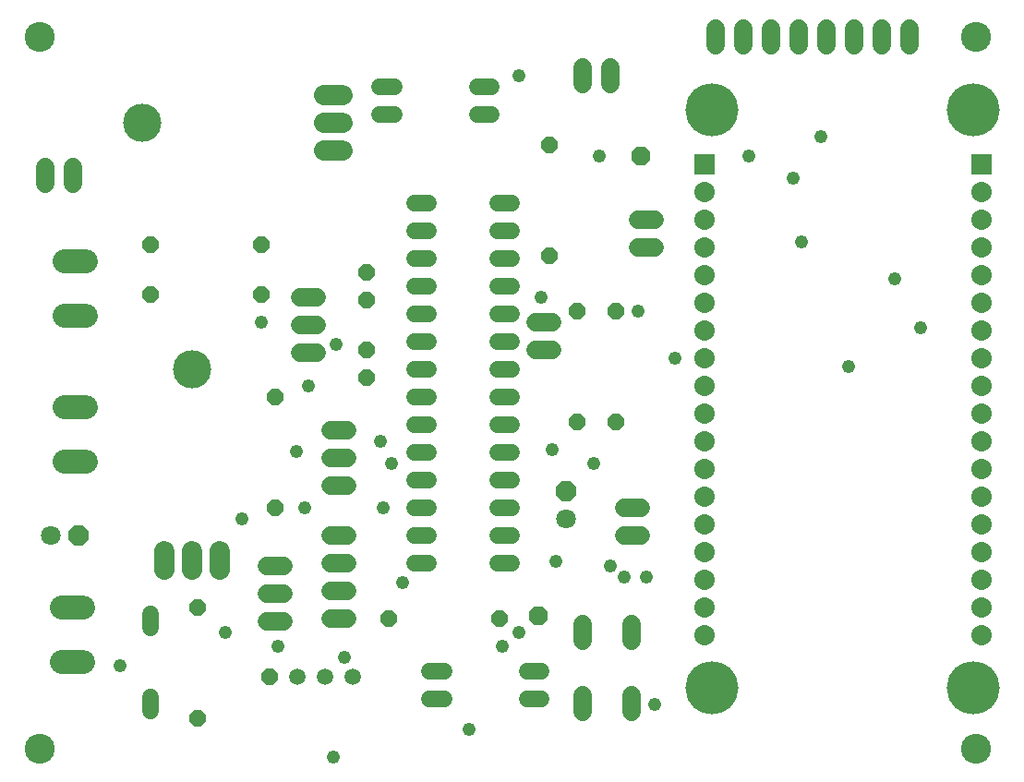
<source format=gbr>
G04 EAGLE Gerber RS-274X export*
G75*
%MOMM*%
%FSLAX34Y34*%
%LPD*%
%INSoldermask Bottom*%
%IPPOS*%
%AMOC8*
5,1,8,0,0,1.08239X$1,22.5*%
G01*
%ADD10C,2.743200*%
%ADD11P,1.951982X8X22.500000*%
%ADD12C,1.803400*%
%ADD13C,1.524000*%
%ADD14P,1.649562X8X202.500000*%
%ADD15C,2.184400*%
%ADD16P,1.951982X8X112.500000*%
%ADD17P,1.649562X8X112.500000*%
%ADD18C,1.727200*%
%ADD19P,1.635708X8X22.500000*%
%ADD20C,1.511200*%
%ADD21C,1.879600*%
%ADD22C,3.505200*%
%ADD23P,1.649562X8X292.500000*%
%ADD24P,1.649562X8X22.500000*%
%ADD25P,1.869504X8X22.500000*%
%ADD26R,1.868200X1.868200*%
%ADD27C,1.868200*%
%ADD28C,4.853200*%
%ADD29C,1.219200*%


D10*
X-386080Y1054100D03*
X-386080Y401320D03*
X472440Y401320D03*
X472440Y1054100D03*
D11*
X-350520Y596900D03*
D12*
X-375920Y596900D03*
D13*
X34036Y571500D02*
X47244Y571500D01*
X47244Y596900D02*
X34036Y596900D01*
X34036Y622300D02*
X47244Y622300D01*
X47244Y647700D02*
X34036Y647700D01*
X34036Y673100D02*
X47244Y673100D01*
X47244Y698500D02*
X34036Y698500D01*
X34036Y723900D02*
X47244Y723900D01*
X47244Y749300D02*
X34036Y749300D01*
X34036Y774700D02*
X47244Y774700D01*
X47244Y800100D02*
X34036Y800100D01*
X34036Y825500D02*
X47244Y825500D01*
X47244Y850900D02*
X34036Y850900D01*
X34036Y876300D02*
X47244Y876300D01*
X47244Y901700D02*
X34036Y901700D01*
X-28956Y901700D02*
X-42164Y901700D01*
X-42164Y876300D02*
X-28956Y876300D01*
X-28956Y850900D02*
X-42164Y850900D01*
X-42164Y825500D02*
X-28956Y825500D01*
X-28956Y800100D02*
X-42164Y800100D01*
X-42164Y774700D02*
X-28956Y774700D01*
X-28956Y749300D02*
X-42164Y749300D01*
X-42164Y723900D02*
X-28956Y723900D01*
X-28956Y698500D02*
X-42164Y698500D01*
X-42164Y673100D02*
X-28956Y673100D01*
X-28956Y647700D02*
X-42164Y647700D01*
X-42164Y622300D02*
X-28956Y622300D01*
X-28956Y596900D02*
X-42164Y596900D01*
X-42164Y571500D02*
X-28956Y571500D01*
X15240Y982980D02*
X28448Y982980D01*
X28448Y1008380D02*
X15240Y1008380D01*
X-60960Y1008380D02*
X-74168Y1008380D01*
X-74168Y982980D02*
X-60960Y982980D01*
D14*
X-182880Y817880D03*
X-284480Y817880D03*
D15*
X-343154Y663956D02*
X-362966Y663956D01*
X-362966Y714248D02*
X-343154Y714248D01*
D16*
X96520Y637540D03*
D12*
X96520Y612140D03*
D17*
X-86360Y812800D03*
X-86360Y838200D03*
X-86360Y741680D03*
X-86360Y767080D03*
D18*
X112014Y450088D02*
X112014Y434848D01*
X157226Y434848D02*
X157226Y450088D01*
X112014Y499872D02*
X112014Y515112D01*
X157226Y515112D02*
X157226Y499872D01*
D19*
X-175260Y467360D03*
D20*
X-149860Y467360D03*
X-124460Y467360D03*
X-99060Y467360D03*
D21*
X-271780Y565658D02*
X-271780Y582422D01*
X-246380Y582422D02*
X-246380Y565658D01*
X-220980Y565658D02*
X-220980Y582422D01*
D22*
X-246380Y749300D03*
D18*
X149860Y596900D02*
X165100Y596900D01*
X165100Y622300D02*
X149860Y622300D01*
X111760Y1010920D02*
X111760Y1026160D01*
X137160Y1026160D02*
X137160Y1010920D01*
X411480Y1046480D02*
X411480Y1061720D01*
X386080Y1061720D02*
X386080Y1046480D01*
X360680Y1046480D02*
X360680Y1061720D01*
X335280Y1061720D02*
X335280Y1046480D01*
X309880Y1046480D02*
X309880Y1061720D01*
X284480Y1061720D02*
X284480Y1046480D01*
X259080Y1046480D02*
X259080Y1061720D01*
X233680Y1061720D02*
X233680Y1046480D01*
D23*
X142240Y802640D03*
X142240Y701040D03*
D13*
X-15240Y472440D02*
X-28448Y472440D01*
X-28448Y447040D02*
X-15240Y447040D01*
X60960Y447040D02*
X74168Y447040D01*
X74168Y472440D02*
X60960Y472440D01*
D17*
X106680Y701040D03*
X106680Y802640D03*
D24*
X-66040Y520700D03*
X35560Y520700D03*
D23*
X81280Y955040D03*
X81280Y853440D03*
D25*
X71120Y523240D03*
X165100Y944880D03*
D15*
X-345694Y530606D02*
X-365506Y530606D01*
X-365506Y480314D02*
X-345694Y480314D01*
D13*
X-284480Y511556D02*
X-284480Y524764D01*
X-284480Y448564D02*
X-284480Y435356D01*
D14*
X-182880Y863600D03*
X-284480Y863600D03*
D21*
X-125222Y949960D02*
X-108458Y949960D01*
X-108458Y975360D02*
X-125222Y975360D01*
X-125222Y1000760D02*
X-108458Y1000760D01*
D22*
X-292100Y975360D03*
D15*
X-343154Y797814D02*
X-362966Y797814D01*
X-362966Y848106D02*
X-343154Y848106D01*
D18*
X-147320Y815340D02*
X-132080Y815340D01*
X-132080Y789940D02*
X-147320Y789940D01*
X-147320Y764540D02*
X-132080Y764540D01*
X-162560Y518160D02*
X-177800Y518160D01*
X-177800Y543560D02*
X-162560Y543560D01*
X-162560Y568960D02*
X-177800Y568960D01*
D23*
X-170180Y723900D03*
X-170180Y622300D03*
D18*
X-119380Y693420D02*
X-104140Y693420D01*
X-104140Y668020D02*
X-119380Y668020D01*
X-119380Y642620D02*
X-104140Y642620D01*
X-104140Y520700D02*
X-119380Y520700D01*
X-119380Y546100D02*
X-104140Y546100D01*
X-104140Y571500D02*
X-119380Y571500D01*
X-119380Y596900D02*
X-104140Y596900D01*
D17*
X-241300Y429260D03*
X-241300Y530860D03*
D18*
X162560Y861060D02*
X177800Y861060D01*
X177800Y886460D02*
X162560Y886460D01*
X83820Y792480D02*
X68580Y792480D01*
X68580Y767080D02*
X83820Y767080D01*
X-355600Y919480D02*
X-355600Y934720D01*
X-381000Y934720D02*
X-381000Y919480D01*
D26*
X223520Y937260D03*
D27*
X223520Y911860D03*
X223520Y886460D03*
X223520Y861060D03*
X223520Y835660D03*
X223520Y810260D03*
X223520Y784860D03*
X223520Y759460D03*
X223520Y734060D03*
X223520Y708660D03*
X223520Y683260D03*
X223520Y657860D03*
X223520Y632460D03*
X223520Y607060D03*
X223520Y581660D03*
X223520Y556260D03*
X223520Y530860D03*
X223520Y505460D03*
D26*
X477520Y937260D03*
D27*
X477520Y911860D03*
X477520Y886460D03*
X477520Y861060D03*
X477520Y835660D03*
X477520Y810260D03*
X477520Y784860D03*
X477520Y759460D03*
X477520Y734060D03*
X477520Y708660D03*
X477520Y683260D03*
X477520Y657860D03*
X477520Y632460D03*
X477520Y607060D03*
X477520Y581660D03*
X477520Y556260D03*
X477520Y530860D03*
X477520Y505460D03*
D28*
X470520Y456490D03*
X230520Y456490D03*
X230520Y986490D03*
X470520Y986490D03*
D29*
X-139700Y734060D03*
X-182880Y792480D03*
X-114300Y772160D03*
X-142562Y621978D03*
X-200660Y612140D03*
X-167640Y495300D03*
X149860Y558800D03*
X7620Y419100D03*
X38100Y495300D03*
X-312420Y477520D03*
X-215900Y508000D03*
X-53340Y553720D03*
X87630Y572770D03*
X-73660Y683260D03*
X73660Y815340D03*
X-116840Y393700D03*
X83820Y675640D03*
X53340Y1018540D03*
X121920Y662940D03*
X53340Y508000D03*
X127000Y944880D03*
X-63500Y662940D03*
X-150476Y673716D03*
X170180Y558800D03*
X177800Y441960D03*
X197104Y759460D03*
X162560Y802640D03*
X-106680Y485140D03*
X-71120Y622300D03*
X421640Y787400D03*
X398272Y832104D03*
X330200Y962660D03*
X355600Y751840D03*
X264160Y944880D03*
X304800Y924560D03*
X312420Y866140D03*
X137160Y568960D03*
M02*

</source>
